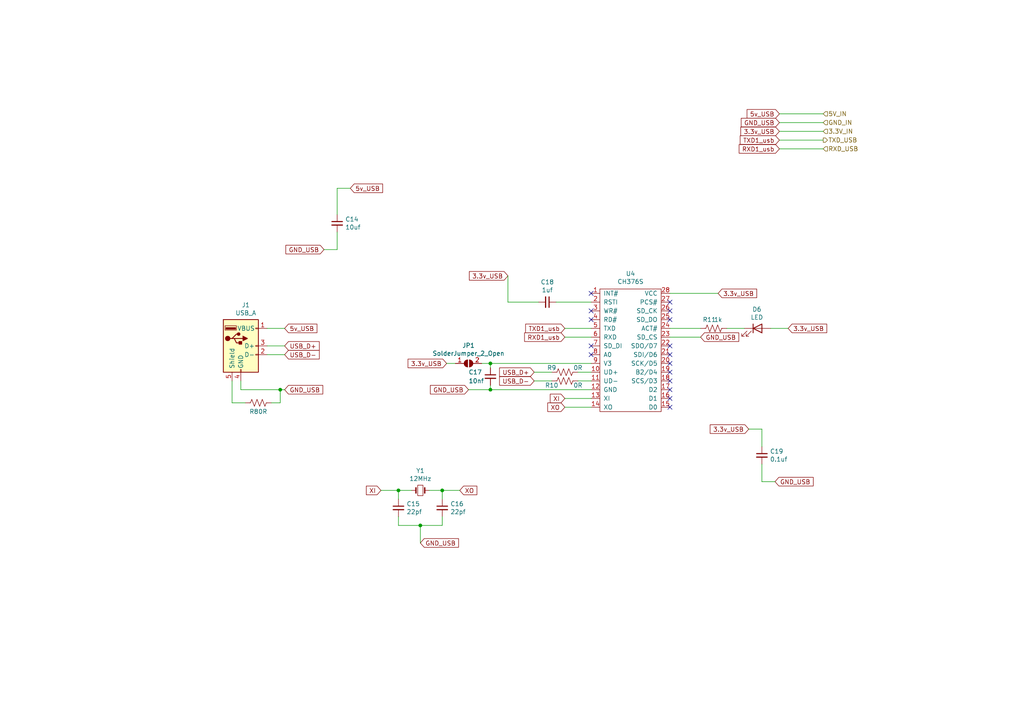
<source format=kicad_sch>
(kicad_sch (version 20211123) (generator eeschema)

  (uuid 9aedbb9e-8340-4899-b813-05b23382a36b)

  (paper "A4")

  (lib_symbols
    (symbol "Connector:USB_A" (pin_names (offset 1.016)) (in_bom yes) (on_board yes)
      (property "Reference" "J" (id 0) (at -5.08 11.43 0)
        (effects (font (size 1.27 1.27)) (justify left))
      )
      (property "Value" "USB_A" (id 1) (at -5.08 8.89 0)
        (effects (font (size 1.27 1.27)) (justify left))
      )
      (property "Footprint" "" (id 2) (at 3.81 -1.27 0)
        (effects (font (size 1.27 1.27)) hide)
      )
      (property "Datasheet" " ~" (id 3) (at 3.81 -1.27 0)
        (effects (font (size 1.27 1.27)) hide)
      )
      (property "ki_keywords" "connector USB" (id 4) (at 0 0 0)
        (effects (font (size 1.27 1.27)) hide)
      )
      (property "ki_description" "USB Type A connector" (id 5) (at 0 0 0)
        (effects (font (size 1.27 1.27)) hide)
      )
      (property "ki_fp_filters" "USB*" (id 6) (at 0 0 0)
        (effects (font (size 1.27 1.27)) hide)
      )
      (symbol "USB_A_0_1"
        (rectangle (start -5.08 -7.62) (end 5.08 7.62)
          (stroke (width 0.254) (type default) (color 0 0 0 0))
          (fill (type background))
        )
        (circle (center -3.81 2.159) (radius 0.635)
          (stroke (width 0.254) (type default) (color 0 0 0 0))
          (fill (type outline))
        )
        (rectangle (start -1.524 4.826) (end -4.318 5.334)
          (stroke (width 0) (type default) (color 0 0 0 0))
          (fill (type outline))
        )
        (rectangle (start -1.27 4.572) (end -4.572 5.842)
          (stroke (width 0) (type default) (color 0 0 0 0))
          (fill (type none))
        )
        (circle (center -0.635 3.429) (radius 0.381)
          (stroke (width 0.254) (type default) (color 0 0 0 0))
          (fill (type outline))
        )
        (rectangle (start -0.127 -7.62) (end 0.127 -6.858)
          (stroke (width 0) (type default) (color 0 0 0 0))
          (fill (type none))
        )
        (polyline
          (pts
            (xy -3.175 2.159)
            (xy -2.54 2.159)
            (xy -1.27 3.429)
            (xy -0.635 3.429)
          )
          (stroke (width 0.254) (type default) (color 0 0 0 0))
          (fill (type none))
        )
        (polyline
          (pts
            (xy -2.54 2.159)
            (xy -1.905 2.159)
            (xy -1.27 0.889)
            (xy 0 0.889)
          )
          (stroke (width 0.254) (type default) (color 0 0 0 0))
          (fill (type none))
        )
        (polyline
          (pts
            (xy 0.635 2.794)
            (xy 0.635 1.524)
            (xy 1.905 2.159)
            (xy 0.635 2.794)
          )
          (stroke (width 0.254) (type default) (color 0 0 0 0))
          (fill (type outline))
        )
        (rectangle (start 0.254 1.27) (end -0.508 0.508)
          (stroke (width 0.254) (type default) (color 0 0 0 0))
          (fill (type outline))
        )
        (rectangle (start 5.08 -2.667) (end 4.318 -2.413)
          (stroke (width 0) (type default) (color 0 0 0 0))
          (fill (type none))
        )
        (rectangle (start 5.08 -0.127) (end 4.318 0.127)
          (stroke (width 0) (type default) (color 0 0 0 0))
          (fill (type none))
        )
        (rectangle (start 5.08 4.953) (end 4.318 5.207)
          (stroke (width 0) (type default) (color 0 0 0 0))
          (fill (type none))
        )
      )
      (symbol "USB_A_1_1"
        (polyline
          (pts
            (xy -1.905 2.159)
            (xy 0.635 2.159)
          )
          (stroke (width 0.254) (type default) (color 0 0 0 0))
          (fill (type none))
        )
        (pin power_in line (at 7.62 5.08 180) (length 2.54)
          (name "VBUS" (effects (font (size 1.27 1.27))))
          (number "1" (effects (font (size 1.27 1.27))))
        )
        (pin bidirectional line (at 7.62 -2.54 180) (length 2.54)
          (name "D-" (effects (font (size 1.27 1.27))))
          (number "2" (effects (font (size 1.27 1.27))))
        )
        (pin bidirectional line (at 7.62 0 180) (length 2.54)
          (name "D+" (effects (font (size 1.27 1.27))))
          (number "3" (effects (font (size 1.27 1.27))))
        )
        (pin power_in line (at 0 -10.16 90) (length 2.54)
          (name "GND" (effects (font (size 1.27 1.27))))
          (number "4" (effects (font (size 1.27 1.27))))
        )
        (pin passive line (at -2.54 -10.16 90) (length 2.54)
          (name "Shield" (effects (font (size 1.27 1.27))))
          (number "5" (effects (font (size 1.27 1.27))))
        )
      )
    )
    (symbol "Device:C_Small" (pin_numbers hide) (pin_names (offset 0.254) hide) (in_bom yes) (on_board yes)
      (property "Reference" "C" (id 0) (at 0.254 1.778 0)
        (effects (font (size 1.27 1.27)) (justify left))
      )
      (property "Value" "C_Small" (id 1) (at 0.254 -2.032 0)
        (effects (font (size 1.27 1.27)) (justify left))
      )
      (property "Footprint" "" (id 2) (at 0 0 0)
        (effects (font (size 1.27 1.27)) hide)
      )
      (property "Datasheet" "~" (id 3) (at 0 0 0)
        (effects (font (size 1.27 1.27)) hide)
      )
      (property "ki_keywords" "capacitor cap" (id 4) (at 0 0 0)
        (effects (font (size 1.27 1.27)) hide)
      )
      (property "ki_description" "Unpolarized capacitor, small symbol" (id 5) (at 0 0 0)
        (effects (font (size 1.27 1.27)) hide)
      )
      (property "ki_fp_filters" "C_*" (id 6) (at 0 0 0)
        (effects (font (size 1.27 1.27)) hide)
      )
      (symbol "C_Small_0_1"
        (polyline
          (pts
            (xy -1.524 -0.508)
            (xy 1.524 -0.508)
          )
          (stroke (width 0.3302) (type default) (color 0 0 0 0))
          (fill (type none))
        )
        (polyline
          (pts
            (xy -1.524 0.508)
            (xy 1.524 0.508)
          )
          (stroke (width 0.3048) (type default) (color 0 0 0 0))
          (fill (type none))
        )
      )
      (symbol "C_Small_1_1"
        (pin passive line (at 0 2.54 270) (length 2.032)
          (name "~" (effects (font (size 1.27 1.27))))
          (number "1" (effects (font (size 1.27 1.27))))
        )
        (pin passive line (at 0 -2.54 90) (length 2.032)
          (name "~" (effects (font (size 1.27 1.27))))
          (number "2" (effects (font (size 1.27 1.27))))
        )
      )
    )
    (symbol "Device:Crystal_Small" (pin_numbers hide) (pin_names (offset 1.016) hide) (in_bom yes) (on_board yes)
      (property "Reference" "Y" (id 0) (at 0 2.54 0)
        (effects (font (size 1.27 1.27)))
      )
      (property "Value" "Crystal_Small" (id 1) (at 0 -2.54 0)
        (effects (font (size 1.27 1.27)))
      )
      (property "Footprint" "" (id 2) (at 0 0 0)
        (effects (font (size 1.27 1.27)) hide)
      )
      (property "Datasheet" "~" (id 3) (at 0 0 0)
        (effects (font (size 1.27 1.27)) hide)
      )
      (property "ki_keywords" "quartz ceramic resonator oscillator" (id 4) (at 0 0 0)
        (effects (font (size 1.27 1.27)) hide)
      )
      (property "ki_description" "Two pin crystal, small symbol" (id 5) (at 0 0 0)
        (effects (font (size 1.27 1.27)) hide)
      )
      (property "ki_fp_filters" "Crystal*" (id 6) (at 0 0 0)
        (effects (font (size 1.27 1.27)) hide)
      )
      (symbol "Crystal_Small_0_1"
        (rectangle (start -0.762 -1.524) (end 0.762 1.524)
          (stroke (width 0) (type default) (color 0 0 0 0))
          (fill (type none))
        )
        (polyline
          (pts
            (xy -1.27 -0.762)
            (xy -1.27 0.762)
          )
          (stroke (width 0.381) (type default) (color 0 0 0 0))
          (fill (type none))
        )
        (polyline
          (pts
            (xy 1.27 -0.762)
            (xy 1.27 0.762)
          )
          (stroke (width 0.381) (type default) (color 0 0 0 0))
          (fill (type none))
        )
      )
      (symbol "Crystal_Small_1_1"
        (pin passive line (at -2.54 0 0) (length 1.27)
          (name "1" (effects (font (size 1.27 1.27))))
          (number "1" (effects (font (size 1.27 1.27))))
        )
        (pin passive line (at 2.54 0 180) (length 1.27)
          (name "2" (effects (font (size 1.27 1.27))))
          (number "2" (effects (font (size 1.27 1.27))))
        )
      )
    )
    (symbol "Device:LED" (pin_numbers hide) (pin_names (offset 1.016) hide) (in_bom yes) (on_board yes)
      (property "Reference" "D" (id 0) (at 0 2.54 0)
        (effects (font (size 1.27 1.27)))
      )
      (property "Value" "LED" (id 1) (at 0 -2.54 0)
        (effects (font (size 1.27 1.27)))
      )
      (property "Footprint" "" (id 2) (at 0 0 0)
        (effects (font (size 1.27 1.27)) hide)
      )
      (property "Datasheet" "~" (id 3) (at 0 0 0)
        (effects (font (size 1.27 1.27)) hide)
      )
      (property "ki_keywords" "LED diode" (id 4) (at 0 0 0)
        (effects (font (size 1.27 1.27)) hide)
      )
      (property "ki_description" "Light emitting diode" (id 5) (at 0 0 0)
        (effects (font (size 1.27 1.27)) hide)
      )
      (property "ki_fp_filters" "LED* LED_SMD:* LED_THT:*" (id 6) (at 0 0 0)
        (effects (font (size 1.27 1.27)) hide)
      )
      (symbol "LED_0_1"
        (polyline
          (pts
            (xy -1.27 -1.27)
            (xy -1.27 1.27)
          )
          (stroke (width 0.254) (type default) (color 0 0 0 0))
          (fill (type none))
        )
        (polyline
          (pts
            (xy -1.27 0)
            (xy 1.27 0)
          )
          (stroke (width 0) (type default) (color 0 0 0 0))
          (fill (type none))
        )
        (polyline
          (pts
            (xy 1.27 -1.27)
            (xy 1.27 1.27)
            (xy -1.27 0)
            (xy 1.27 -1.27)
          )
          (stroke (width 0.254) (type default) (color 0 0 0 0))
          (fill (type none))
        )
        (polyline
          (pts
            (xy -3.048 -0.762)
            (xy -4.572 -2.286)
            (xy -3.81 -2.286)
            (xy -4.572 -2.286)
            (xy -4.572 -1.524)
          )
          (stroke (width 0) (type default) (color 0 0 0 0))
          (fill (type none))
        )
        (polyline
          (pts
            (xy -1.778 -0.762)
            (xy -3.302 -2.286)
            (xy -2.54 -2.286)
            (xy -3.302 -2.286)
            (xy -3.302 -1.524)
          )
          (stroke (width 0) (type default) (color 0 0 0 0))
          (fill (type none))
        )
      )
      (symbol "LED_1_1"
        (pin passive line (at -3.81 0 0) (length 2.54)
          (name "K" (effects (font (size 1.27 1.27))))
          (number "1" (effects (font (size 1.27 1.27))))
        )
        (pin passive line (at 3.81 0 180) (length 2.54)
          (name "A" (effects (font (size 1.27 1.27))))
          (number "2" (effects (font (size 1.27 1.27))))
        )
      )
    )
    (symbol "Device:R_US" (pin_numbers hide) (pin_names (offset 0)) (in_bom yes) (on_board yes)
      (property "Reference" "R" (id 0) (at 2.54 0 90)
        (effects (font (size 1.27 1.27)))
      )
      (property "Value" "R_US" (id 1) (at -2.54 0 90)
        (effects (font (size 1.27 1.27)))
      )
      (property "Footprint" "" (id 2) (at 1.016 -0.254 90)
        (effects (font (size 1.27 1.27)) hide)
      )
      (property "Datasheet" "~" (id 3) (at 0 0 0)
        (effects (font (size 1.27 1.27)) hide)
      )
      (property "ki_keywords" "R res resistor" (id 4) (at 0 0 0)
        (effects (font (size 1.27 1.27)) hide)
      )
      (property "ki_description" "Resistor, US symbol" (id 5) (at 0 0 0)
        (effects (font (size 1.27 1.27)) hide)
      )
      (property "ki_fp_filters" "R_*" (id 6) (at 0 0 0)
        (effects (font (size 1.27 1.27)) hide)
      )
      (symbol "R_US_0_1"
        (polyline
          (pts
            (xy 0 -2.286)
            (xy 0 -2.54)
          )
          (stroke (width 0) (type default) (color 0 0 0 0))
          (fill (type none))
        )
        (polyline
          (pts
            (xy 0 2.286)
            (xy 0 2.54)
          )
          (stroke (width 0) (type default) (color 0 0 0 0))
          (fill (type none))
        )
        (polyline
          (pts
            (xy 0 -0.762)
            (xy 1.016 -1.143)
            (xy 0 -1.524)
            (xy -1.016 -1.905)
            (xy 0 -2.286)
          )
          (stroke (width 0) (type default) (color 0 0 0 0))
          (fill (type none))
        )
        (polyline
          (pts
            (xy 0 0.762)
            (xy 1.016 0.381)
            (xy 0 0)
            (xy -1.016 -0.381)
            (xy 0 -0.762)
          )
          (stroke (width 0) (type default) (color 0 0 0 0))
          (fill (type none))
        )
        (polyline
          (pts
            (xy 0 2.286)
            (xy 1.016 1.905)
            (xy 0 1.524)
            (xy -1.016 1.143)
            (xy 0 0.762)
          )
          (stroke (width 0) (type default) (color 0 0 0 0))
          (fill (type none))
        )
      )
      (symbol "R_US_1_1"
        (pin passive line (at 0 3.81 270) (length 1.27)
          (name "~" (effects (font (size 1.27 1.27))))
          (number "1" (effects (font (size 1.27 1.27))))
        )
        (pin passive line (at 0 -3.81 90) (length 1.27)
          (name "~" (effects (font (size 1.27 1.27))))
          (number "2" (effects (font (size 1.27 1.27))))
        )
      )
    )
    (symbol "Jumper:SolderJumper_2_Open" (pin_names (offset 0) hide) (in_bom yes) (on_board yes)
      (property "Reference" "JP" (id 0) (at 0 2.032 0)
        (effects (font (size 1.27 1.27)))
      )
      (property "Value" "SolderJumper_2_Open" (id 1) (at 0 -2.54 0)
        (effects (font (size 1.27 1.27)))
      )
      (property "Footprint" "" (id 2) (at 0 0 0)
        (effects (font (size 1.27 1.27)) hide)
      )
      (property "Datasheet" "~" (id 3) (at 0 0 0)
        (effects (font (size 1.27 1.27)) hide)
      )
      (property "ki_keywords" "solder jumper SPST" (id 4) (at 0 0 0)
        (effects (font (size 1.27 1.27)) hide)
      )
      (property "ki_description" "Solder Jumper, 2-pole, open" (id 5) (at 0 0 0)
        (effects (font (size 1.27 1.27)) hide)
      )
      (property "ki_fp_filters" "SolderJumper*Open*" (id 6) (at 0 0 0)
        (effects (font (size 1.27 1.27)) hide)
      )
      (symbol "SolderJumper_2_Open_0_1"
        (arc (start -0.254 1.016) (mid -1.27 0) (end -0.254 -1.016)
          (stroke (width 0) (type default) (color 0 0 0 0))
          (fill (type none))
        )
        (arc (start -0.254 1.016) (mid -1.27 0) (end -0.254 -1.016)
          (stroke (width 0) (type default) (color 0 0 0 0))
          (fill (type outline))
        )
        (polyline
          (pts
            (xy -0.254 1.016)
            (xy -0.254 -1.016)
          )
          (stroke (width 0) (type default) (color 0 0 0 0))
          (fill (type none))
        )
        (polyline
          (pts
            (xy 0.254 1.016)
            (xy 0.254 -1.016)
          )
          (stroke (width 0) (type default) (color 0 0 0 0))
          (fill (type none))
        )
        (arc (start 0.254 -1.016) (mid 1.27 0) (end 0.254 1.016)
          (stroke (width 0) (type default) (color 0 0 0 0))
          (fill (type none))
        )
        (arc (start 0.254 -1.016) (mid 1.27 0) (end 0.254 1.016)
          (stroke (width 0) (type default) (color 0 0 0 0))
          (fill (type outline))
        )
      )
      (symbol "SolderJumper_2_Open_1_1"
        (pin passive line (at -3.81 0 0) (length 2.54)
          (name "A" (effects (font (size 1.27 1.27))))
          (number "1" (effects (font (size 1.27 1.27))))
        )
        (pin passive line (at 3.81 0 180) (length 2.54)
          (name "B" (effects (font (size 1.27 1.27))))
          (number "2" (effects (font (size 1.27 1.27))))
        )
      )
    )
    (symbol "ch376s:CH376S" (pin_names (offset 1.016)) (in_bom yes) (on_board yes)
      (property "Reference" "U" (id 0) (at 0 19.05 0)
        (effects (font (size 1.27 1.27)))
      )
      (property "Value" "ch376s_CH376S" (id 1) (at 0 -21.59 0)
        (effects (font (size 1.27 1.27)))
      )
      (property "Footprint" "" (id 2) (at 0 0 0)
        (effects (font (size 1.27 1.27)) hide)
      )
      (property "Datasheet" "" (id 3) (at 0 0 0)
        (effects (font (size 1.27 1.27)) hide)
      )
      (symbol "CH376S_0_1"
        (rectangle (start -8.89 16.51) (end 8.89 -19.05)
          (stroke (width 0) (type default) (color 0 0 0 0))
          (fill (type none))
        )
      )
      (symbol "CH376S_1_1"
        (pin input line (at -11.43 15.24 0) (length 2.54)
          (name "INT#" (effects (font (size 1.27 1.27))))
          (number "1" (effects (font (size 1.27 1.27))))
        )
        (pin input line (at -11.43 -7.62 0) (length 2.54)
          (name "UD+" (effects (font (size 1.27 1.27))))
          (number "10" (effects (font (size 1.27 1.27))))
        )
        (pin input line (at -11.43 -10.16 0) (length 2.54)
          (name "UD-" (effects (font (size 1.27 1.27))))
          (number "11" (effects (font (size 1.27 1.27))))
        )
        (pin input line (at -11.43 -12.7 0) (length 2.54)
          (name "GND" (effects (font (size 1.27 1.27))))
          (number "12" (effects (font (size 1.27 1.27))))
        )
        (pin input line (at -11.43 -15.24 0) (length 2.54)
          (name "XI" (effects (font (size 1.27 1.27))))
          (number "13" (effects (font (size 1.27 1.27))))
        )
        (pin input line (at -11.43 -17.78 0) (length 2.54)
          (name "XO" (effects (font (size 1.27 1.27))))
          (number "14" (effects (font (size 1.27 1.27))))
        )
        (pin input line (at 11.43 -17.78 180) (length 2.54)
          (name "D0" (effects (font (size 1.27 1.27))))
          (number "15" (effects (font (size 1.27 1.27))))
        )
        (pin input line (at 11.43 -15.24 180) (length 2.54)
          (name "D1" (effects (font (size 1.27 1.27))))
          (number "16" (effects (font (size 1.27 1.27))))
        )
        (pin input line (at 11.43 -12.7 180) (length 2.54)
          (name "D2" (effects (font (size 1.27 1.27))))
          (number "17" (effects (font (size 1.27 1.27))))
        )
        (pin input line (at 11.43 -10.16 180) (length 2.54)
          (name "SCS/D3" (effects (font (size 1.27 1.27))))
          (number "18" (effects (font (size 1.27 1.27))))
        )
        (pin input line (at 11.43 -7.62 180) (length 2.54)
          (name "B2/D4" (effects (font (size 1.27 1.27))))
          (number "19" (effects (font (size 1.27 1.27))))
        )
        (pin input line (at -11.43 12.7 0) (length 2.54)
          (name "RSTI" (effects (font (size 1.27 1.27))))
          (number "2" (effects (font (size 1.27 1.27))))
        )
        (pin input line (at 11.43 -5.08 180) (length 2.54)
          (name "SCK/D5" (effects (font (size 1.27 1.27))))
          (number "20" (effects (font (size 1.27 1.27))))
        )
        (pin input line (at 11.43 -2.54 180) (length 2.54)
          (name "SDI/D6" (effects (font (size 1.27 1.27))))
          (number "21" (effects (font (size 1.27 1.27))))
        )
        (pin input line (at 11.43 0 180) (length 2.54)
          (name "SDO/D7" (effects (font (size 1.27 1.27))))
          (number "22" (effects (font (size 1.27 1.27))))
        )
        (pin input line (at 11.43 2.54 180) (length 2.54)
          (name "SD_CS" (effects (font (size 1.27 1.27))))
          (number "23" (effects (font (size 1.27 1.27))))
        )
        (pin input line (at 11.43 5.08 180) (length 2.54)
          (name "ACT#" (effects (font (size 1.27 1.27))))
          (number "24" (effects (font (size 1.27 1.27))))
        )
        (pin input line (at 11.43 7.62 180) (length 2.54)
          (name "SD_DO" (effects (font (size 1.27 1.27))))
          (number "25" (effects (font (size 1.27 1.27))))
        )
        (pin input line (at 11.43 10.16 180) (length 2.54)
          (name "SD_CK" (effects (font (size 1.27 1.27))))
          (number "26" (effects (font (size 1.27 1.27))))
        )
        (pin input line (at 11.43 12.7 180) (length 2.54)
          (name "PCS#" (effects (font (size 1.27 1.27))))
          (number "27" (effects (font (size 1.27 1.27))))
        )
        (pin input line (at 11.43 15.24 180) (length 2.54)
          (name "VCC" (effects (font (size 1.27 1.27))))
          (number "28" (effects (font (size 1.27 1.27))))
        )
        (pin input line (at -11.43 10.16 0) (length 2.54)
          (name "WR#" (effects (font (size 1.27 1.27))))
          (number "3" (effects (font (size 1.27 1.27))))
        )
        (pin input line (at -11.43 7.62 0) (length 2.54)
          (name "RD#" (effects (font (size 1.27 1.27))))
          (number "4" (effects (font (size 1.27 1.27))))
        )
        (pin input line (at -11.43 5.08 0) (length 2.54)
          (name "TXD" (effects (font (size 1.27 1.27))))
          (number "5" (effects (font (size 1.27 1.27))))
        )
        (pin input line (at -11.43 2.54 0) (length 2.54)
          (name "RXD" (effects (font (size 1.27 1.27))))
          (number "6" (effects (font (size 1.27 1.27))))
        )
        (pin input line (at -11.43 0 0) (length 2.54)
          (name "SD_DI" (effects (font (size 1.27 1.27))))
          (number "7" (effects (font (size 1.27 1.27))))
        )
        (pin input line (at -11.43 -2.54 0) (length 2.54)
          (name "A0" (effects (font (size 1.27 1.27))))
          (number "8" (effects (font (size 1.27 1.27))))
        )
        (pin input line (at -11.43 -5.08 0) (length 2.54)
          (name "V3" (effects (font (size 1.27 1.27))))
          (number "9" (effects (font (size 1.27 1.27))))
        )
      )
    )
  )

  (junction (at 128.27 142.24) (diameter 0) (color 0 0 0 0)
    (uuid 18d11f32-e1a6-4f29-8e3c-0bfeb07299bd)
  )
  (junction (at 81.28 113.03) (diameter 0) (color 0 0 0 0)
    (uuid 3c5e5ea9-793d-46e3-86bc-5884c4490dc7)
  )
  (junction (at 142.24 113.03) (diameter 0) (color 0 0 0 0)
    (uuid 7e1217ba-8a3d-4079-8d7b-b45f90cfbf53)
  )
  (junction (at 115.57 142.24) (diameter 0) (color 0 0 0 0)
    (uuid 9390234f-bf3f-46cd-b6a0-8a438ec76e9f)
  )
  (junction (at 142.24 105.41) (diameter 0) (color 0 0 0 0)
    (uuid b287f145-851e-45cc-b200-e62677b551d5)
  )
  (junction (at 121.92 152.4) (diameter 0) (color 0 0 0 0)
    (uuid f1782535-55f4-4299-bd4f-6f51b0b7259c)
  )

  (no_connect (at 194.31 105.41) (uuid 3326423d-8df7-4a7e-a354-349430b8fbd7))
  (no_connect (at 171.45 100.33) (uuid 4185c36c-c66e-4dbd-be5d-841e551f4885))
  (no_connect (at 194.31 107.95) (uuid 4d4fecdd-be4a-47e9-9085-2268d5852d8f))
  (no_connect (at 194.31 102.87) (uuid 4ec618ae-096f-4256-9328-005ee04f13d6))
  (no_connect (at 194.31 90.17) (uuid 5d9921f1-08b3-4cc9-8cf7-e9a72ca2fdb7))
  (no_connect (at 171.45 85.09) (uuid 71c6e723-673c-45a9-a0e4-9742220c52a3))
  (no_connect (at 194.31 110.49) (uuid 8458d41c-5d62-455d-b6e1-9f718c0faac9))
  (no_connect (at 194.31 113.03) (uuid 8de2d84c-ff45-4d4f-bc49-c166f6ae6b91))
  (no_connect (at 194.31 100.33) (uuid 92035a88-6c95-4a61-bd8a-cb8dd9e5018a))
  (no_connect (at 194.31 115.57) (uuid 935057d5-6882-4c15-9a35-54677912ba12))
  (no_connect (at 171.45 102.87) (uuid a8b4bc7e-da32-4fb8-b71a-d7b47c6f741f))
  (no_connect (at 171.45 90.17) (uuid b4833916-7a3e-4498-86fb-ec6d13262ffe))
  (no_connect (at 194.31 92.71) (uuid c8b6b273-3d20-4a46-8069-f6d608563604))
  (no_connect (at 171.45 92.71) (uuid cc48dd41-7768-48d3-b096-2c4cc2126c9d))
  (no_connect (at 194.31 87.63) (uuid dae72997-44fc-4275-b36f-cd70bf46cfba))
  (no_connect (at 194.31 118.11) (uuid e091e263-c616-48ef-a460-465c70218987))

  (wire (pts (xy 97.79 54.61) (xy 97.79 62.23))
    (stroke (width 0) (type default) (color 0 0 0 0))
    (uuid 04cf2f2c-74bf-400d-b4f6-201720df00ed)
  )
  (wire (pts (xy 82.55 102.87) (xy 77.47 102.87))
    (stroke (width 0) (type default) (color 0 0 0 0))
    (uuid 076046ab-4b56-4060-b8d9-0d80806d0277)
  )
  (wire (pts (xy 147.32 87.63) (xy 156.21 87.63))
    (stroke (width 0) (type default) (color 0 0 0 0))
    (uuid 07d160b6-23e1-4aa0-95cb-440482e6fc15)
  )
  (wire (pts (xy 119.38 142.24) (xy 115.57 142.24))
    (stroke (width 0) (type default) (color 0 0 0 0))
    (uuid 0ceb97d6-1b0f-4b71-921e-b0955c30c998)
  )
  (wire (pts (xy 124.46 142.24) (xy 128.27 142.24))
    (stroke (width 0) (type default) (color 0 0 0 0))
    (uuid 1241b7f2-e266-4f5c-8a97-9f0f9d0eef37)
  )
  (wire (pts (xy 220.98 139.7) (xy 224.79 139.7))
    (stroke (width 0) (type default) (color 0 0 0 0))
    (uuid 18ca5aef-6a2c-41ac-9e7f-bf7acb716e53)
  )
  (wire (pts (xy 147.32 80.01) (xy 147.32 87.63))
    (stroke (width 0) (type default) (color 0 0 0 0))
    (uuid 1e48966e-d29d-4521-8939-ec8ac570431d)
  )
  (wire (pts (xy 67.31 110.49) (xy 67.31 116.84))
    (stroke (width 0) (type default) (color 0 0 0 0))
    (uuid 1fbb0219-551e-409b-a61b-76e8cebdfb9d)
  )
  (wire (pts (xy 161.29 87.63) (xy 171.45 87.63))
    (stroke (width 0) (type default) (color 0 0 0 0))
    (uuid 24b72b0d-63b8-4e06-89d0-e94dcf39a600)
  )
  (wire (pts (xy 97.79 72.39) (xy 97.79 67.31))
    (stroke (width 0) (type default) (color 0 0 0 0))
    (uuid 2878a73c-5447-4cd9-8194-14f52ab9459c)
  )
  (wire (pts (xy 194.31 97.79) (xy 203.2 97.79))
    (stroke (width 0) (type default) (color 0 0 0 0))
    (uuid 29bb7297-26fb-4776-9266-2355d022bab0)
  )
  (wire (pts (xy 121.92 157.48) (xy 121.92 152.4))
    (stroke (width 0) (type default) (color 0 0 0 0))
    (uuid 2b5a9ad3-7ec4-447d-916c-47adf5f9674f)
  )
  (wire (pts (xy 238.76 40.64) (xy 226.06 40.64))
    (stroke (width 0) (type default) (color 0 0 0 0))
    (uuid 2c60448a-e30f-46b2-89e1-a44f51688efc)
  )
  (wire (pts (xy 223.52 95.25) (xy 228.6 95.25))
    (stroke (width 0) (type default) (color 0 0 0 0))
    (uuid 2db910a0-b943-40b4-b81f-068ba5265f56)
  )
  (wire (pts (xy 115.57 149.86) (xy 115.57 152.4))
    (stroke (width 0) (type default) (color 0 0 0 0))
    (uuid 35ef9c4a-35f6-467b-a704-b1d9354880cf)
  )
  (wire (pts (xy 210.82 95.25) (xy 215.9 95.25))
    (stroke (width 0) (type default) (color 0 0 0 0))
    (uuid 42ff012d-5eb7-42b9-bb45-415cf26799c6)
  )
  (wire (pts (xy 82.55 95.25) (xy 77.47 95.25))
    (stroke (width 0) (type default) (color 0 0 0 0))
    (uuid 43707e99-bdd7-4b02-9974-540ed6c2b0aa)
  )
  (wire (pts (xy 93.98 72.39) (xy 97.79 72.39))
    (stroke (width 0) (type default) (color 0 0 0 0))
    (uuid 44646447-0a8e-4aec-a74e-22bf765d0f33)
  )
  (wire (pts (xy 238.76 43.18) (xy 226.06 43.18))
    (stroke (width 0) (type default) (color 0 0 0 0))
    (uuid 4b1fce17-dec7-457e-ba3b-a77604e77dc9)
  )
  (wire (pts (xy 167.64 110.49) (xy 171.45 110.49))
    (stroke (width 0) (type default) (color 0 0 0 0))
    (uuid 4c843bdb-6c9e-40dd-85e2-0567846e18ba)
  )
  (wire (pts (xy 220.98 124.46) (xy 220.98 129.54))
    (stroke (width 0) (type default) (color 0 0 0 0))
    (uuid 528fd7da-c9a6-40ae-9f1a-60f6a7f4d534)
  )
  (wire (pts (xy 110.49 142.24) (xy 115.57 142.24))
    (stroke (width 0) (type default) (color 0 0 0 0))
    (uuid 53e34696-241f-47e5-a477-f469335c8a61)
  )
  (wire (pts (xy 194.31 95.25) (xy 203.2 95.25))
    (stroke (width 0) (type default) (color 0 0 0 0))
    (uuid 57276367-9ce4-4738-88d7-6e8cb94c966c)
  )
  (wire (pts (xy 142.24 105.41) (xy 142.24 106.68))
    (stroke (width 0) (type default) (color 0 0 0 0))
    (uuid 593b8647-0095-46cc-ba23-3cf2a86edb5e)
  )
  (wire (pts (xy 142.24 113.03) (xy 142.24 111.76))
    (stroke (width 0) (type default) (color 0 0 0 0))
    (uuid 60aa0ce8-9d0e-48ca-bbf9-866403979e9b)
  )
  (wire (pts (xy 163.83 115.57) (xy 171.45 115.57))
    (stroke (width 0) (type default) (color 0 0 0 0))
    (uuid 626679e8-6101-4722-ac57-5b8d9dab4c8b)
  )
  (wire (pts (xy 128.27 142.24) (xy 133.35 142.24))
    (stroke (width 0) (type default) (color 0 0 0 0))
    (uuid 6325c32f-c82a-4357-b022-f9c7e76f412e)
  )
  (wire (pts (xy 163.83 118.11) (xy 171.45 118.11))
    (stroke (width 0) (type default) (color 0 0 0 0))
    (uuid 691af561-538d-4e8f-a916-26cad45eb7d6)
  )
  (wire (pts (xy 154.94 110.49) (xy 160.02 110.49))
    (stroke (width 0) (type default) (color 0 0 0 0))
    (uuid 6ffdf05e-e119-49f9-85e9-13e4901df42a)
  )
  (wire (pts (xy 238.76 33.02) (xy 226.06 33.02))
    (stroke (width 0) (type default) (color 0 0 0 0))
    (uuid 713e0777-58b2-4487-baca-60d0ebed27c3)
  )
  (wire (pts (xy 69.85 110.49) (xy 69.85 113.03))
    (stroke (width 0) (type default) (color 0 0 0 0))
    (uuid 79770cd5-32d7-429a-8248-0d9e6212231a)
  )
  (wire (pts (xy 142.24 105.41) (xy 171.45 105.41))
    (stroke (width 0) (type default) (color 0 0 0 0))
    (uuid 7a74c4b1-6243-4a12-85a2-bc41d346e7aa)
  )
  (wire (pts (xy 217.17 124.46) (xy 220.98 124.46))
    (stroke (width 0) (type default) (color 0 0 0 0))
    (uuid 7a879184-fad8-4feb-afb5-86fe8d34f1f7)
  )
  (wire (pts (xy 67.31 116.84) (xy 71.12 116.84))
    (stroke (width 0) (type default) (color 0 0 0 0))
    (uuid 7bfba61b-6752-4a45-9ee6-5984dcb15041)
  )
  (wire (pts (xy 128.27 142.24) (xy 128.27 144.78))
    (stroke (width 0) (type default) (color 0 0 0 0))
    (uuid 7d0dab95-9e7a-486e-a1d7-fc48860fd57d)
  )
  (wire (pts (xy 208.28 85.09) (xy 194.31 85.09))
    (stroke (width 0) (type default) (color 0 0 0 0))
    (uuid 802c2dc3-ca9f-491e-9d66-7893e89ac34c)
  )
  (wire (pts (xy 78.74 116.84) (xy 81.28 116.84))
    (stroke (width 0) (type default) (color 0 0 0 0))
    (uuid 88610282-a92d-4c3d-917a-ea95d59e0759)
  )
  (wire (pts (xy 167.64 107.95) (xy 171.45 107.95))
    (stroke (width 0) (type default) (color 0 0 0 0))
    (uuid 88cb65f4-7e9e-44eb-8692-3b6e2e788a94)
  )
  (wire (pts (xy 101.6 54.61) (xy 97.79 54.61))
    (stroke (width 0) (type default) (color 0 0 0 0))
    (uuid 955cc99e-a129-42cf-abc7-aa99813fdb5f)
  )
  (wire (pts (xy 139.7 105.41) (xy 142.24 105.41))
    (stroke (width 0) (type default) (color 0 0 0 0))
    (uuid 9565d2ee-a4f1-4d08-b2c9-0264233a0d2b)
  )
  (wire (pts (xy 81.28 116.84) (xy 81.28 113.03))
    (stroke (width 0) (type default) (color 0 0 0 0))
    (uuid 98914cc3-56fe-40bb-820a-3d157225c145)
  )
  (wire (pts (xy 69.85 113.03) (xy 81.28 113.03))
    (stroke (width 0) (type default) (color 0 0 0 0))
    (uuid 99332785-d9f1-4363-9377-26ddc18e6d2c)
  )
  (wire (pts (xy 81.28 113.03) (xy 82.55 113.03))
    (stroke (width 0) (type default) (color 0 0 0 0))
    (uuid 9dcdc92b-2219-4a4a-8954-45f02cc3ab25)
  )
  (wire (pts (xy 115.57 142.24) (xy 115.57 144.78))
    (stroke (width 0) (type default) (color 0 0 0 0))
    (uuid 9e813ec2-d4ce-4e2e-b379-c6fedb4c45db)
  )
  (wire (pts (xy 135.89 113.03) (xy 142.24 113.03))
    (stroke (width 0) (type default) (color 0 0 0 0))
    (uuid a5be2cb8-c68d-4180-8412-69a6b4c5b1d4)
  )
  (wire (pts (xy 128.27 152.4) (xy 128.27 149.86))
    (stroke (width 0) (type default) (color 0 0 0 0))
    (uuid a7f25f41-0b4c-4430-b6cd-b2160b2db099)
  )
  (wire (pts (xy 115.57 152.4) (xy 121.92 152.4))
    (stroke (width 0) (type default) (color 0 0 0 0))
    (uuid b8b961e9-8a60-45fc-999a-a7a3baff4e0d)
  )
  (wire (pts (xy 77.47 100.33) (xy 82.55 100.33))
    (stroke (width 0) (type default) (color 0 0 0 0))
    (uuid c514e30c-e48e-4ca5-ab44-8b3afedef1f2)
  )
  (wire (pts (xy 129.54 105.41) (xy 132.08 105.41))
    (stroke (width 0) (type default) (color 0 0 0 0))
    (uuid d1eca865-05c5-48a4-96cf-ed5f8a640e25)
  )
  (wire (pts (xy 163.83 95.25) (xy 171.45 95.25))
    (stroke (width 0) (type default) (color 0 0 0 0))
    (uuid d3d57924-54a6-421d-a3a0-a044fc909e88)
  )
  (wire (pts (xy 238.76 38.1) (xy 226.06 38.1))
    (stroke (width 0) (type default) (color 0 0 0 0))
    (uuid d7e5a060-eb57-4238-9312-26bc885fc97d)
  )
  (wire (pts (xy 121.92 152.4) (xy 128.27 152.4))
    (stroke (width 0) (type default) (color 0 0 0 0))
    (uuid da6f4122-0ecc-496f-b0fd-e4abef534976)
  )
  (wire (pts (xy 220.98 134.62) (xy 220.98 139.7))
    (stroke (width 0) (type default) (color 0 0 0 0))
    (uuid e413cfad-d7bd-41ab-b8dd-4b67484671a6)
  )
  (wire (pts (xy 163.83 97.79) (xy 171.45 97.79))
    (stroke (width 0) (type default) (color 0 0 0 0))
    (uuid eab9c52c-3aa0-43a7-bc7f-7e234ff1e9f4)
  )
  (wire (pts (xy 142.24 113.03) (xy 171.45 113.03))
    (stroke (width 0) (type default) (color 0 0 0 0))
    (uuid ed8a7f02-cf05-41d0-97b4-4388ef205e73)
  )
  (wire (pts (xy 238.76 35.56) (xy 226.06 35.56))
    (stroke (width 0) (type default) (color 0 0 0 0))
    (uuid f19c9655-8ddb-411a-96dd-bd986870c3c6)
  )
  (wire (pts (xy 154.94 107.95) (xy 160.02 107.95))
    (stroke (width 0) (type default) (color 0 0 0 0))
    (uuid faa1812c-fdf3-47ae-9cf4-ae06a263bfbd)
  )

  (global_label "TXD1_usb" (shape input) (at 163.83 95.25 180) (fields_autoplaced)
    (effects (font (size 1.27 1.27)) (justify right))
    (uuid 0fd35a3e-b394-4aae-875a-fac843f9cbb7)
    (property "Intersheet References" "${INTERSHEET_REFS}" (id 0) (at 0 0 0)
      (effects (font (size 1.27 1.27)) hide)
    )
  )
  (global_label "5v_USB" (shape input) (at 82.55 95.25 0) (fields_autoplaced)
    (effects (font (size 1.27 1.27)) (justify left))
    (uuid 1171ce37-6ad7-4662-bb68-5592c945ebf3)
    (property "Intersheet References" "${INTERSHEET_REFS}" (id 0) (at 0 0 0)
      (effects (font (size 1.27 1.27)) hide)
    )
  )
  (global_label "USB_D-" (shape input) (at 82.55 102.87 0) (fields_autoplaced)
    (effects (font (size 1.27 1.27)) (justify left))
    (uuid 196a8dd5-5fd6-4c7f-ae4a-0104bd82e61b)
    (property "Intersheet References" "${INTERSHEET_REFS}" (id 0) (at 0 0 0)
      (effects (font (size 1.27 1.27)) hide)
    )
  )
  (global_label "USB_D+" (shape input) (at 82.55 100.33 0) (fields_autoplaced)
    (effects (font (size 1.27 1.27)) (justify left))
    (uuid 2454fd1b-3484-4838-8b7e-d26357238fe1)
    (property "Intersheet References" "${INTERSHEET_REFS}" (id 0) (at 0 0 0)
      (effects (font (size 1.27 1.27)) hide)
    )
  )
  (global_label "3.3v_USB" (shape input) (at 228.6 95.25 0) (fields_autoplaced)
    (effects (font (size 1.27 1.27)) (justify left))
    (uuid 3f8a5430-68a9-4732-9b89-4e00dd8ae219)
    (property "Intersheet References" "${INTERSHEET_REFS}" (id 0) (at 0 0 0)
      (effects (font (size 1.27 1.27)) hide)
    )
  )
  (global_label "USB_D-" (shape input) (at 154.94 110.49 180) (fields_autoplaced)
    (effects (font (size 1.27 1.27)) (justify right))
    (uuid 4a54c707-7b6f-4a3d-a74d-5e3526114aba)
    (property "Intersheet References" "${INTERSHEET_REFS}" (id 0) (at 0 0 0)
      (effects (font (size 1.27 1.27)) hide)
    )
  )
  (global_label "GND_USB" (shape input) (at 135.89 113.03 180) (fields_autoplaced)
    (effects (font (size 1.27 1.27)) (justify right))
    (uuid 4e27930e-1827-4788-aa6b-487321d46602)
    (property "Intersheet References" "${INTERSHEET_REFS}" (id 0) (at 0 0 0)
      (effects (font (size 1.27 1.27)) hide)
    )
  )
  (global_label "GND_USB" (shape input) (at 121.92 157.48 0) (fields_autoplaced)
    (effects (font (size 1.27 1.27)) (justify left))
    (uuid 6241e6d3-a754-45b6-9f7c-e43019b93226)
    (property "Intersheet References" "${INTERSHEET_REFS}" (id 0) (at 0 0 0)
      (effects (font (size 1.27 1.27)) hide)
    )
  )
  (global_label "GND_USB" (shape input) (at 224.79 139.7 0) (fields_autoplaced)
    (effects (font (size 1.27 1.27)) (justify left))
    (uuid 6afc19cf-38b4-47a3-bc2b-445b18724310)
    (property "Intersheet References" "${INTERSHEET_REFS}" (id 0) (at 0 0 0)
      (effects (font (size 1.27 1.27)) hide)
    )
  )
  (global_label "GND_USB" (shape input) (at 203.2 97.79 0) (fields_autoplaced)
    (effects (font (size 1.27 1.27)) (justify left))
    (uuid 72b36951-3ec7-4569-9c88-cf9b4afe1cae)
    (property "Intersheet References" "${INTERSHEET_REFS}" (id 0) (at 0 0 0)
      (effects (font (size 1.27 1.27)) hide)
    )
  )
  (global_label "XI" (shape input) (at 110.49 142.24 180) (fields_autoplaced)
    (effects (font (size 1.27 1.27)) (justify right))
    (uuid 7ce7415d-7c22-49f6-8215-488853ccc8c6)
    (property "Intersheet References" "${INTERSHEET_REFS}" (id 0) (at 0 0 0)
      (effects (font (size 1.27 1.27)) hide)
    )
  )
  (global_label "USB_D+" (shape input) (at 154.94 107.95 180) (fields_autoplaced)
    (effects (font (size 1.27 1.27)) (justify right))
    (uuid 869d6302-ae22-478f-9723-3feacbb12eef)
    (property "Intersheet References" "${INTERSHEET_REFS}" (id 0) (at 0 0 0)
      (effects (font (size 1.27 1.27)) hide)
    )
  )
  (global_label "XO" (shape input) (at 133.35 142.24 0) (fields_autoplaced)
    (effects (font (size 1.27 1.27)) (justify left))
    (uuid 88002554-c459-46e5-8b22-6ea6fe07fd4c)
    (property "Intersheet References" "${INTERSHEET_REFS}" (id 0) (at 0 0 0)
      (effects (font (size 1.27 1.27)) hide)
    )
  )
  (global_label "GND_USB" (shape input) (at 93.98 72.39 180) (fields_autoplaced)
    (effects (font (size 1.27 1.27)) (justify right))
    (uuid 9286cf02-1563-41d2-9931-c192c33bab31)
    (property "Intersheet References" "${INTERSHEET_REFS}" (id 0) (at 0 0 0)
      (effects (font (size 1.27 1.27)) hide)
    )
  )
  (global_label "XI" (shape input) (at 163.83 115.57 180) (fields_autoplaced)
    (effects (font (size 1.27 1.27)) (justify right))
    (uuid 9f782c92-a5e8-49db-bfda-752b35522ce4)
    (property "Intersheet References" "${INTERSHEET_REFS}" (id 0) (at 0 0 0)
      (effects (font (size 1.27 1.27)) hide)
    )
  )
  (global_label "5v_USB" (shape input) (at 226.06 33.02 180) (fields_autoplaced)
    (effects (font (size 1.27 1.27)) (justify right))
    (uuid a62609cd-29b7-4918-b97d-7b2404ba61cf)
    (property "Intersheet References" "${INTERSHEET_REFS}" (id 0) (at 0 0 0)
      (effects (font (size 1.27 1.27)) hide)
    )
  )
  (global_label "3.3v_USB" (shape input) (at 147.32 80.01 180) (fields_autoplaced)
    (effects (font (size 1.27 1.27)) (justify right))
    (uuid a6738794-75ae-48a6-8949-ed8717400d71)
    (property "Intersheet References" "${INTERSHEET_REFS}" (id 0) (at 0 0 0)
      (effects (font (size 1.27 1.27)) hide)
    )
  )
  (global_label "TXD1_usb" (shape input) (at 226.06 40.64 180) (fields_autoplaced)
    (effects (font (size 1.27 1.27)) (justify right))
    (uuid a8219a78-6b33-4efa-a789-6a67ce8f7a50)
    (property "Intersheet References" "${INTERSHEET_REFS}" (id 0) (at 0 0 0)
      (effects (font (size 1.27 1.27)) hide)
    )
  )
  (global_label "3.3v_USB" (shape input) (at 217.17 124.46 180) (fields_autoplaced)
    (effects (font (size 1.27 1.27)) (justify right))
    (uuid a90361cd-254c-4d27-ae1f-9a6c85bafe28)
    (property "Intersheet References" "${INTERSHEET_REFS}" (id 0) (at 0 0 0)
      (effects (font (size 1.27 1.27)) hide)
    )
  )
  (global_label "XO" (shape input) (at 163.83 118.11 180) (fields_autoplaced)
    (effects (font (size 1.27 1.27)) (justify right))
    (uuid b7bf6e08-7978-4190-aff5-c90d967f0f9c)
    (property "Intersheet References" "${INTERSHEET_REFS}" (id 0) (at 0 0 0)
      (effects (font (size 1.27 1.27)) hide)
    )
  )
  (global_label "3.3v_USB" (shape input) (at 129.54 105.41 180) (fields_autoplaced)
    (effects (font (size 1.27 1.27)) (justify right))
    (uuid bde95c06-433a-4c03-bc48-e3abcdb4e054)
    (property "Intersheet References" "${INTERSHEET_REFS}" (id 0) (at 0 0 0)
      (effects (font (size 1.27 1.27)) hide)
    )
  )
  (global_label "5v_USB" (shape input) (at 101.6 54.61 0) (fields_autoplaced)
    (effects (font (size 1.27 1.27)) (justify left))
    (uuid cebb9021-66d3-4116-98d4-5e6f3c1552be)
    (property "Intersheet References" "${INTERSHEET_REFS}" (id 0) (at 0 0 0)
      (effects (font (size 1.27 1.27)) hide)
    )
  )
  (global_label "3.3v_USB" (shape input) (at 226.06 38.1 180) (fields_autoplaced)
    (effects (font (size 1.27 1.27)) (justify right))
    (uuid d1a9be32-38ba-44e6-bc35-f031541ab1fe)
    (property "Intersheet References" "${INTERSHEET_REFS}" (id 0) (at 0 0 0)
      (effects (font (size 1.27 1.27)) hide)
    )
  )
  (global_label "GND_USB" (shape input) (at 82.55 113.03 0) (fields_autoplaced)
    (effects (font (size 1.27 1.27)) (justify left))
    (uuid e17e6c0e-7e5b-43f0-ad48-0a2760b45b04)
    (property "Intersheet References" "${INTERSHEET_REFS}" (id 0) (at 0 0 0)
      (effects (font (size 1.27 1.27)) hide)
    )
  )
  (global_label "RXD1_usb" (shape input) (at 163.83 97.79 180) (fields_autoplaced)
    (effects (font (size 1.27 1.27)) (justify right))
    (uuid ea6fde00-59dc-4a79-a647-7e38199fae0e)
    (property "Intersheet References" "${INTERSHEET_REFS}" (id 0) (at 0 0 0)
      (effects (font (size 1.27 1.27)) hide)
    )
  )
  (global_label "GND_USB" (shape input) (at 226.06 35.56 180) (fields_autoplaced)
    (effects (font (size 1.27 1.27)) (justify right))
    (uuid ebca7c5e-ae52-43e5-ac6c-69a96a9a5b24)
    (property "Intersheet References" "${INTERSHEET_REFS}" (id 0) (at 0 0 0)
      (effects (font (size 1.27 1.27)) hide)
    )
  )
  (global_label "RXD1_usb" (shape input) (at 226.06 43.18 180) (fields_autoplaced)
    (effects (font (size 1.27 1.27)) (justify right))
    (uuid f3044f68-903d-4063-b253-30d8e3a83eae)
    (property "Intersheet References" "${INTERSHEET_REFS}" (id 0) (at 0 0 0)
      (effects (font (size 1.27 1.27)) hide)
    )
  )
  (global_label "3.3v_USB" (shape input) (at 208.28 85.09 0) (fields_autoplaced)
    (effects (font (size 1.27 1.27)) (justify left))
    (uuid f8bd6470-fafd-47f2-8ed5-9449988187ce)
    (property "Intersheet References" "${INTERSHEET_REFS}" (id 0) (at 0 0 0)
      (effects (font (size 1.27 1.27)) hide)
    )
  )

  (hierarchical_label "GND_IN" (shape input) (at 238.76 35.56 0)
    (effects (font (size 1.27 1.27)) (justify left))
    (uuid 576f00e6-a1be-45d3-9b93-e26d9e0fe306)
  )
  (hierarchical_label "TXD_USB" (shape output) (at 238.76 40.64 0)
    (effects (font (size 1.27 1.27)) (justify left))
    (uuid 901440f4-e2a6-4447-83cc-f58a2b26f5c4)
  )
  (hierarchical_label "3.3V_IN" (shape input) (at 238.76 38.1 0)
    (effects (font (size 1.27 1.27)) (justify left))
    (uuid a0dee8e6-f88a-4f05-aba0-bab3aafdf2bc)
  )
  (hierarchical_label "5V_IN" (shape input) (at 238.76 33.02 0)
    (effects (font (size 1.27 1.27)) (justify left))
    (uuid a8fb8ee0-623f-4870-a716-ecc88f37ef9a)
  )
  (hierarchical_label "RXD_USB" (shape input) (at 238.76 43.18 0)
    (effects (font (size 1.27 1.27)) (justify left))
    (uuid d66d3c12-11ce-4566-9a45-962e329503d8)
  )

  (symbol (lib_id "ch376s:CH376S") (at 182.88 100.33 0) (unit 1)
    (in_bom yes) (on_board yes)
    (uuid 00000000-0000-0000-0000-000060fd701a)
    (property "Reference" "U4" (id 0) (at 182.88 79.375 0))
    (property "Value" "CH376S" (id 1) (at 182.88 81.6864 0))
    (property "Footprint" "Package_SO:SOIC-28W_7.5x17.9mm_P1.27mm" (id 2) (at 182.88 100.33 0)
      (effects (font (size 1.27 1.27)) hide)
    )
    (property "Datasheet" "" (id 3) (at 182.88 100.33 0)
      (effects (font (size 1.27 1.27)) hide)
    )
    (pin "1" (uuid eb50d5ae-5a70-4bf6-bda7-4e2d445949f2))
    (pin "10" (uuid 7996d85f-3a01-4b69-876f-af959096bbca))
    (pin "11" (uuid 31c955cf-7358-40a3-af0f-c1c165dd1eec))
    (pin "12" (uuid 7f3c6022-5e05-4fac-a659-e952946cb121))
    (pin "13" (uuid f91af1cb-673b-4f58-9ce4-78eab48817b0))
    (pin "14" (uuid 83411946-7735-493f-b056-9a48ecffa7d0))
    (pin "15" (uuid 9cf3ec67-c984-495e-a635-e3d3c4e80762))
    (pin "16" (uuid cebd7db8-85f3-4444-b214-01f8f414bac3))
    (pin "17" (uuid 2f3dea0c-eb79-4261-b97d-8a02101fb2c6))
    (pin "18" (uuid 8a97a49f-0ee9-48db-9531-6a6b4a0de3b0))
    (pin "19" (uuid 363c94ec-0c22-43a2-8230-b35e3a1eea5c))
    (pin "2" (uuid 182832be-c481-4c78-a226-ed75427745d8))
    (pin "20" (uuid 09e8f526-285b-47e3-9cb0-82a2e60e5442))
    (pin "21" (uuid e00632be-db0d-4063-9fdc-e97bea54cbab))
    (pin "22" (uuid 7f928837-b312-4dd9-8d39-8b20b49cd37f))
    (pin "23" (uuid feef0ef9-d179-4dfc-a734-09bc9d99d88c))
    (pin "24" (uuid 54d9cdee-3f82-4051-a4f4-fae915538cbb))
    (pin "25" (uuid 4aa81239-19c0-4407-aea7-912062fae16e))
    (pin "26" (uuid 41bb82d3-56f9-46de-9253-eb0a452e5293))
    (pin "27" (uuid b2e5c6fd-dde1-4c14-8581-2b8e7f5784ff))
    (pin "28" (uuid 845228ce-67b4-44a1-a2a8-bfa73cafe090))
    (pin "3" (uuid 2b2fc071-411b-495f-a4ae-41ceea5790c1))
    (pin "4" (uuid d4d1f27e-766c-40b7-8d32-c102579064d6))
    (pin "5" (uuid 82a5ad21-4b52-497a-a9b1-1cb46a25c3bc))
    (pin "6" (uuid 1d20460f-6d7c-4787-9682-73a7b81cbf4a))
    (pin "7" (uuid 37b81a34-914c-4f8d-9b55-e7c9ade75fed))
    (pin "8" (uuid ddfcb01c-bed4-4d70-8756-c4825862df6d))
    (pin "9" (uuid b2170539-e7a5-4390-947a-95979fa33481))
  )

  (symbol (lib_id "Connector:USB_A") (at 69.85 100.33 0) (unit 1)
    (in_bom yes) (on_board yes)
    (uuid 00000000-0000-0000-0000-000060fd7702)
    (property "Reference" "J1" (id 0) (at 71.2978 88.4682 0))
    (property "Value" "USB_A" (id 1) (at 71.2978 90.7796 0))
    (property "Footprint" "Connector_USB:USB_A_Molex_67643_Horizontal" (id 2) (at 73.66 101.6 0)
      (effects (font (size 1.27 1.27)) hide)
    )
    (property "Datasheet" " ~" (id 3) (at 73.66 101.6 0)
      (effects (font (size 1.27 1.27)) hide)
    )
    (pin "1" (uuid 30571abf-4e3e-4e0a-b74d-1b5c3067c37a))
    (pin "2" (uuid 2c6a01ee-1cc0-4f0a-8e9e-dfbcde667563))
    (pin "3" (uuid f143de41-aee9-4bd9-9f75-fcff4ef36a3c))
    (pin "4" (uuid fd783e7b-0dd9-4d39-a0f5-087925e547ba))
    (pin "5" (uuid 73d0a288-ce27-4cb1-979d-734fc2d4f13d))
  )

  (symbol (lib_id "Device:R_US") (at 74.93 116.84 270) (unit 1)
    (in_bom yes) (on_board yes)
    (uuid 00000000-0000-0000-0000-000061057f1e)
    (property "Reference" "R8" (id 0) (at 73.66 119.38 90))
    (property "Value" "0R" (id 1) (at 76.2 119.38 90))
    (property "Footprint" "Resistor_SMD:R_0805_2012Metric" (id 2) (at 74.676 117.856 90)
      (effects (font (size 1.27 1.27)) hide)
    )
    (property "Datasheet" "~" (id 3) (at 74.93 116.84 0)
      (effects (font (size 1.27 1.27)) hide)
    )
    (pin "1" (uuid b7c7b700-82ae-436d-85d6-ece6b11fa84e))
    (pin "2" (uuid e530e83f-3ce9-404d-a7e4-d7664b5c2f3d))
  )

  (symbol (lib_id "Device:R_US") (at 163.83 107.95 270) (unit 1)
    (in_bom yes) (on_board yes)
    (uuid 00000000-0000-0000-0000-0000610596e4)
    (property "Reference" "R9" (id 0) (at 160.02 106.68 90))
    (property "Value" "0R" (id 1) (at 167.64 106.68 90))
    (property "Footprint" "Resistor_SMD:R_0805_2012Metric" (id 2) (at 163.576 108.966 90)
      (effects (font (size 1.27 1.27)) hide)
    )
    (property "Datasheet" "~" (id 3) (at 163.83 107.95 0)
      (effects (font (size 1.27 1.27)) hide)
    )
    (pin "1" (uuid f5a5a28f-6b9c-4bcb-8adf-e80dcc011c6b))
    (pin "2" (uuid 852e285c-47f5-47a8-8e87-e2785ec693cb))
  )

  (symbol (lib_id "Device:R_US") (at 163.83 110.49 270) (unit 1)
    (in_bom yes) (on_board yes)
    (uuid 00000000-0000-0000-0000-00006105a5c0)
    (property "Reference" "R10" (id 0) (at 160.02 111.76 90))
    (property "Value" "0R" (id 1) (at 167.64 111.76 90))
    (property "Footprint" "Resistor_SMD:R_0805_2012Metric" (id 2) (at 163.576 111.506 90)
      (effects (font (size 1.27 1.27)) hide)
    )
    (property "Datasheet" "~" (id 3) (at 163.83 110.49 0)
      (effects (font (size 1.27 1.27)) hide)
    )
    (pin "1" (uuid e4b9bccd-2e5f-47ca-af81-7ff3dde5a06b))
    (pin "2" (uuid f29dfabe-f5b2-4ef7-8a09-e6f5655e8747))
  )

  (symbol (lib_id "Device:R_US") (at 207.01 95.25 270) (unit 1)
    (in_bom yes) (on_board yes)
    (uuid 00000000-0000-0000-0000-00006105b67a)
    (property "Reference" "R11" (id 0) (at 205.74 92.71 90))
    (property "Value" "1k" (id 1) (at 208.28 92.71 90))
    (property "Footprint" "Resistor_SMD:R_0805_2012Metric" (id 2) (at 206.756 96.266 90)
      (effects (font (size 1.27 1.27)) hide)
    )
    (property "Datasheet" "~" (id 3) (at 207.01 95.25 0)
      (effects (font (size 1.27 1.27)) hide)
    )
    (pin "1" (uuid 34305e7c-7869-4258-a35f-c0428d039ccc))
    (pin "2" (uuid da5bbf04-8896-4253-821a-c90ba2941ecf))
  )

  (symbol (lib_id "Device:LED") (at 219.71 95.25 0) (unit 1)
    (in_bom yes) (on_board yes)
    (uuid 00000000-0000-0000-0000-00006105c12e)
    (property "Reference" "D6" (id 0) (at 219.5322 89.7382 0))
    (property "Value" "LED" (id 1) (at 219.5322 92.0496 0))
    (property "Footprint" "LED_SMD:LED_0805_2012Metric" (id 2) (at 219.71 95.25 0)
      (effects (font (size 1.27 1.27)) hide)
    )
    (property "Datasheet" "~" (id 3) (at 219.71 95.25 0)
      (effects (font (size 1.27 1.27)) hide)
    )
    (pin "1" (uuid 984a66d8-c710-44ae-98fa-a885ff8e00f1))
    (pin "2" (uuid 3d55304b-a0d7-4113-8774-ec8aae0193ab))
  )

  (symbol (lib_id "Device:C_Small") (at 142.24 109.22 0) (unit 1)
    (in_bom yes) (on_board yes)
    (uuid 00000000-0000-0000-0000-00006105d907)
    (property "Reference" "C17" (id 0) (at 135.89 107.95 0)
      (effects (font (size 1.27 1.27)) (justify left))
    )
    (property "Value" "10nf" (id 1) (at 135.89 110.49 0)
      (effects (font (size 1.27 1.27)) (justify left))
    )
    (property "Footprint" "Capacitor_SMD:C_0805_2012Metric" (id 2) (at 142.24 109.22 0)
      (effects (font (size 1.27 1.27)) hide)
    )
    (property "Datasheet" "~" (id 3) (at 142.24 109.22 0)
      (effects (font (size 1.27 1.27)) hide)
    )
    (pin "1" (uuid 32c419f1-83b9-4f14-92ea-25de64d8e056))
    (pin "2" (uuid 0fb4bb47-d1ce-4091-a2f4-f6c1f2eb3f24))
  )

  (symbol (lib_id "Jumper:SolderJumper_2_Open") (at 135.89 105.41 0) (unit 1)
    (in_bom yes) (on_board yes)
    (uuid 00000000-0000-0000-0000-00006105fb01)
    (property "Reference" "JP1" (id 0) (at 135.89 100.203 0))
    (property "Value" "SolderJumper_2_Open" (id 1) (at 135.89 102.5144 0))
    (property "Footprint" "Jumper:SolderJumper-2_P1.3mm_Open_RoundedPad1.0x1.5mm" (id 2) (at 135.89 105.41 0)
      (effects (font (size 1.27 1.27)) hide)
    )
    (property "Datasheet" "~" (id 3) (at 135.89 105.41 0)
      (effects (font (size 1.27 1.27)) hide)
    )
    (pin "1" (uuid 77f9e330-7cd0-47b3-930e-5e1fb9beca44))
    (pin "2" (uuid 147f0a84-b7e2-4fe2-b81f-a45b6393149a))
  )

  (symbol (lib_id "Device:C_Small") (at 97.79 64.77 0) (unit 1)
    (in_bom yes) (on_board yes)
    (uuid 00000000-0000-0000-0000-0000610609f8)
    (property "Reference" "C14" (id 0) (at 100.1268 63.6016 0)
      (effects (font (size 1.27 1.27)) (justify left))
    )
    (property "Value" "10uf" (id 1) (at 100.1268 65.913 0)
      (effects (font (size 1.27 1.27)) (justify left))
    )
    (property "Footprint" "Capacitor_SMD:C_0805_2012Metric" (id 2) (at 97.79 64.77 0)
      (effects (font (size 1.27 1.27)) hide)
    )
    (property "Datasheet" "~" (id 3) (at 97.79 64.77 0)
      (effects (font (size 1.27 1.27)) hide)
    )
    (pin "1" (uuid c9724f67-b278-44db-9fce-8a6d615810b1))
    (pin "2" (uuid 4c30b50f-b3e5-48d5-a560-fa73ff52694c))
  )

  (symbol (lib_id "Device:Crystal_Small") (at 121.92 142.24 0) (unit 1)
    (in_bom yes) (on_board yes)
    (uuid 00000000-0000-0000-0000-000061062639)
    (property "Reference" "Y1" (id 0) (at 121.92 136.525 0))
    (property "Value" "12MHz" (id 1) (at 121.92 138.8364 0))
    (property "Footprint" "Crystal:Crystal_HC49-4H_Vertical" (id 2) (at 121.92 142.24 0)
      (effects (font (size 1.27 1.27)) hide)
    )
    (property "Datasheet" "~" (id 3) (at 121.92 142.24 0)
      (effects (font (size 1.27 1.27)) hide)
    )
    (pin "1" (uuid e3220ef9-cb31-4ecb-ae00-883f220e3f84))
    (pin "2" (uuid 02913d7e-917e-4e50-be77-fbbc59f63e4b))
  )

  (symbol (lib_id "Device:C_Small") (at 115.57 147.32 0) (unit 1)
    (in_bom yes) (on_board yes)
    (uuid 00000000-0000-0000-0000-000061062d9a)
    (property "Reference" "C15" (id 0) (at 117.9068 146.1516 0)
      (effects (font (size 1.27 1.27)) (justify left))
    )
    (property "Value" "22pf" (id 1) (at 117.9068 148.463 0)
      (effects (font (size 1.27 1.27)) (justify left))
    )
    (property "Footprint" "Capacitor_SMD:C_0805_2012Metric" (id 2) (at 115.57 147.32 0)
      (effects (font (size 1.27 1.27)) hide)
    )
    (property "Datasheet" "~" (id 3) (at 115.57 147.32 0)
      (effects (font (size 1.27 1.27)) hide)
    )
    (pin "1" (uuid 3250aded-2c38-4d30-ae83-0b33014497ee))
    (pin "2" (uuid 06a5bb8c-8fdd-438a-9801-fc0c5d72aa53))
  )

  (symbol (lib_id "Device:C_Small") (at 128.27 147.32 0) (unit 1)
    (in_bom yes) (on_board yes)
    (uuid 00000000-0000-0000-0000-00006106361f)
    (property "Reference" "C16" (id 0) (at 130.6068 146.1516 0)
      (effects (font (size 1.27 1.27)) (justify left))
    )
    (property "Value" "22pf" (id 1) (at 130.6068 148.463 0)
      (effects (font (size 1.27 1.27)) (justify left))
    )
    (property "Footprint" "Capacitor_SMD:C_0805_2012Metric" (id 2) (at 128.27 147.32 0)
      (effects (font (size 1.27 1.27)) hide)
    )
    (property "Datasheet" "~" (id 3) (at 128.27 147.32 0)
      (effects (font (size 1.27 1.27)) hide)
    )
    (pin "1" (uuid 4a353535-fa5f-48af-a7d3-2bd43d4a63e8))
    (pin "2" (uuid e6ab54f9-05ad-449f-8925-9fca23b9346a))
  )

  (symbol (lib_id "Device:C_Small") (at 220.98 132.08 0) (unit 1)
    (in_bom yes) (on_board yes)
    (uuid 00000000-0000-0000-0000-0000610692ae)
    (property "Reference" "C19" (id 0) (at 223.3168 130.9116 0)
      (effects (font (size 1.27 1.27)) (justify left))
    )
    (property "Value" "0.1uf" (id 1) (at 223.3168 133.223 0)
      (effects (font (size 1.27 1.27)) (justify left))
    )
    (property "Footprint" "Capacitor_SMD:C_0805_2012Metric" (id 2) (at 220.98 132.08 0)
      (effects (font (size 1.27 1.27)) hide)
    )
    (property "Datasheet" "~" (id 3) (at 220.98 132.08 0)
      (effects (font (size 1.27 1.27)) hide)
    )
    (pin "1" (uuid e320ef4a-68a0-49c3-8645-cea61838f2e9))
    (pin "2" (uuid e8624501-5a07-4120-adcf-fe93b9e25efd))
  )

  (symbol (lib_id "Device:C_Small") (at 158.75 87.63 270) (unit 1)
    (in_bom yes) (on_board yes)
    (uuid 00000000-0000-0000-0000-00006106b140)
    (property "Reference" "C18" (id 0) (at 158.75 81.8134 90))
    (property "Value" "1uf" (id 1) (at 158.75 84.1248 90))
    (property "Footprint" "Capacitor_SMD:C_0805_2012Metric" (id 2) (at 158.75 87.63 0)
      (effects (font (size 1.27 1.27)) hide)
    )
    (property "Datasheet" "~" (id 3) (at 158.75 87.63 0)
      (effects (font (size 1.27 1.27)) hide)
    )
    (pin "1" (uuid 572050ef-6a1c-4c54-b13a-8991d8aa11cf))
    (pin "2" (uuid c7a03d30-a724-4f38-ac35-a318bebfcf68))
  )
)

</source>
